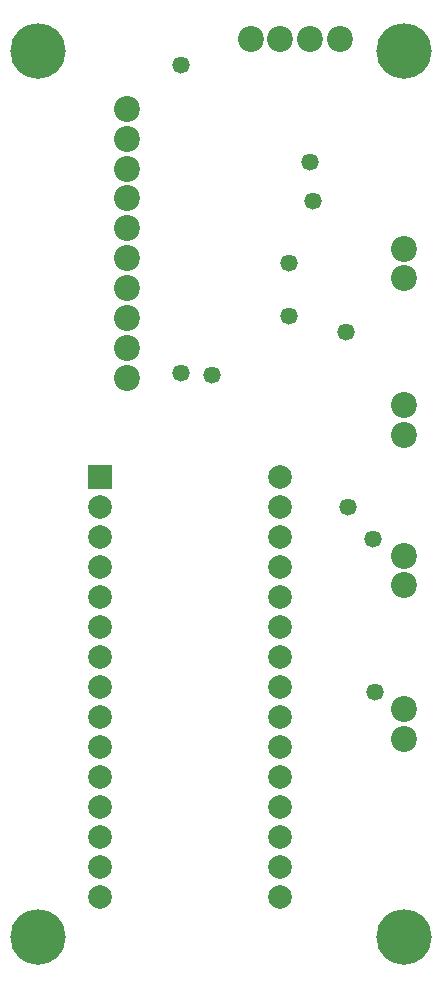
<source format=gbs>
%FSTAX23Y23*%
%MOIN*%
%SFA1B1*%

%IPPOS*%
%ADD15C,0.086614*%
%ADD16C,0.078740*%
%ADD17R,0.078740X0.078740*%
%ADD18C,0.057874*%
%ADD19C,0.185039*%
%LNchillerlcd-1*%
%LPD*%
G54D15*
X01003Y0309D03*
X00807D03*
X00905D03*
X01102D03*
X01318Y01771D03*
Y0187D03*
Y01269D03*
Y01368D03*
Y00757D03*
Y00856D03*
Y02293D03*
Y02391D03*
X00393Y02757D03*
Y02857D03*
Y0236D03*
Y02459D03*
Y02658D03*
Y02559D03*
Y02161D03*
Y02261D03*
Y02062D03*
Y01962D03*
G54D16*
X00305Y00231D03*
Y00431D03*
Y00331D03*
Y00631D03*
Y00531D03*
Y00831D03*
Y00731D03*
Y01031D03*
Y00931D03*
Y01231D03*
Y01131D03*
Y01331D03*
Y01431D03*
Y01531D03*
X00905Y00231D03*
Y00331D03*
Y00431D03*
Y00531D03*
Y00631D03*
Y00731D03*
Y00831D03*
Y00931D03*
Y01031D03*
Y01131D03*
Y01231D03*
Y01331D03*
Y01431D03*
Y01531D03*
Y01631D03*
G54D17*
X00305Y01631D03*
G54D18*
X01003Y02681D03*
X01013Y02551D03*
X00574Y03003D03*
Y01976D03*
X00677Y01972D03*
X00934Y02167D03*
Y02344D03*
X01122Y02114D03*
X01129Y01531D03*
X01212Y01425D03*
X0122Y00915D03*
G54D19*
X01318Y00098D03*
X00098Y03051D03*
X01318D03*
X00098Y00098D03*
M02*
</source>
